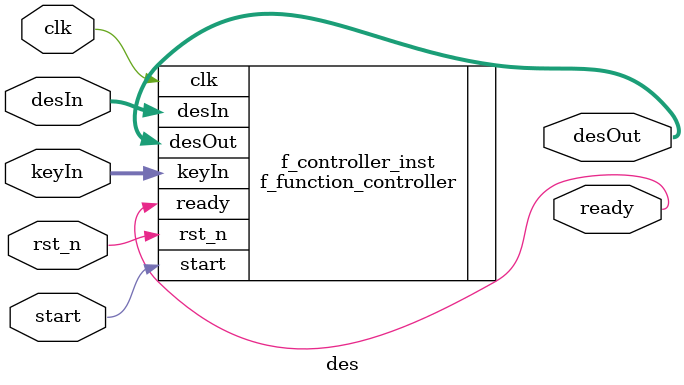
<source format=v>
`timescale 1ns / 1ps

module des(
    input clk,rst_n,start,
    input [1:64] desIn,keyIn, //输入的明文和密钥 
    output ready,
    output [1:64] desOut 
);

// 使用新的F函数控制器来处理整个DES加密过程
f_function_controller f_controller_inst (
    .clk(clk),
    .rst_n(rst_n),
    .start(start),
    .desIn(desIn),
    .keyIn(keyIn),
    .ready(ready),
    .desOut(desOut)
);

endmodule
</source>
